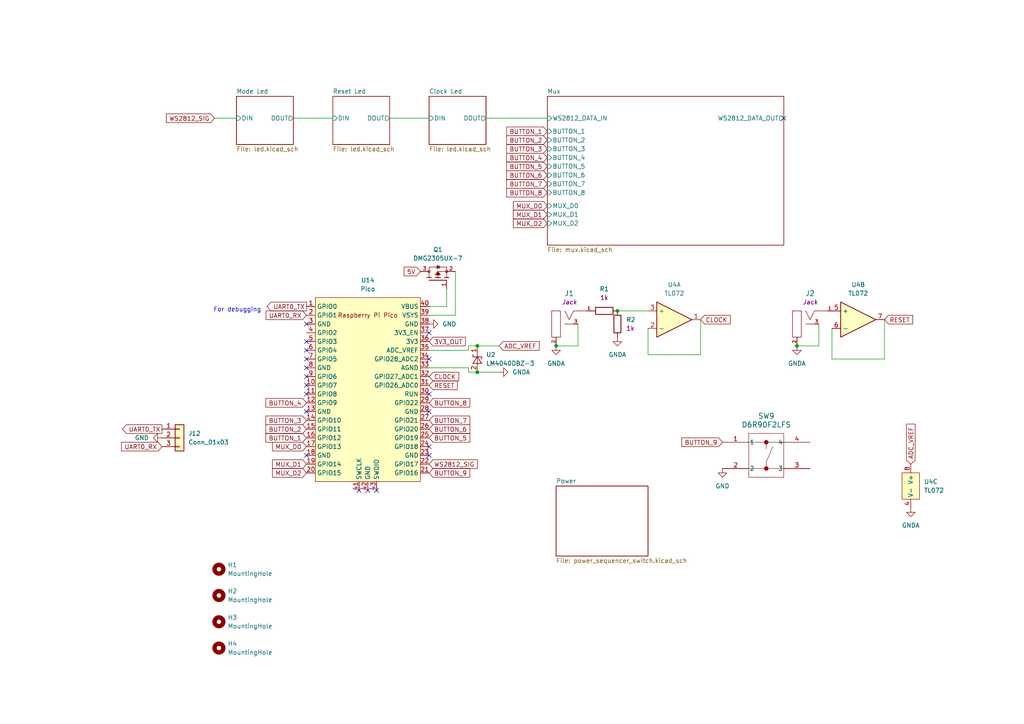
<source format=kicad_sch>
(kicad_sch (version 20231120) (generator "eeschema") (generator_version "8.0")
  (paper "A4")
  (lib_symbols
    (symbol "4ms_Connector:Conn_01x03" (pin_names (offset 1.016) hide)
      (property "Reference" "J" (at 0 5.08 0))
      (property "Value" "Conn_01x03" (at 0 -5.08 0))
      (symbol "Conn_01x03_1_1"
        (rectangle (start -1.27 -2.413) (end 0 -2.667) (stroke (width 0.1524)))
        (rectangle (start -1.27 0.127) (end 0 -0.127) (stroke (width 0.1524)))
        (rectangle (start -1.27 2.667) (end 0 2.413) (stroke (width 0.1524)))
        (rectangle (start -1.27 3.81) (end 1.27 -3.81) (stroke (width 0.254)) (fill (type background)))
        (pin passive line (at -5.08 2.54 0) (length 3.81) (name "Pin_1") (number "1"))
        (pin passive line (at -5.08 0 0) (length 3.81) (name "Pin_2") (number "2"))
        (pin passive line (at -5.08 -2.54 0) (length 3.81) (name "Pin_3") (number "3"))
      )
    )
    (symbol "4ms_IC:TL072"
      (property "Reference" "U" (at 2.54 5.08 0))
      (property "Value" "TL072" (at 2.54 -3.81 0))
      (symbol "TL072_1_1"
        (polyline (pts (xy -5.08 5.08) (xy 5.08 0) (xy -5.08 -5.08) (xy -5.08 5.08)) (stroke (width 0.254)) (fill (type background)))
        (pin output line (at 7.62 0 180) (length 2.54) (name "~") (number "1"))
        (pin input line (at -7.62 -2.54 0) (length 2.54) (name "-") (number "2"))
        (pin input line (at -7.62 2.54 0) (length 2.54) (name "+") (number "3"))
      )
      (symbol "TL072_2_1"
        (polyline (pts (xy -5.08 5.08) (xy 5.08 0) (xy -5.08 -5.08) (xy -5.08 5.08)) (stroke (width 0.254)) (fill (type background)))
        (pin input line (at -7.62 2.54 0) (length 2.54) (name "+") (number "5"))
        (pin input line (at -7.62 -2.54 0) (length 2.54) (name "-") (number "6"))
        (pin output line (at 7.62 0 180) (length 2.54) (name "~") (number "7"))
      )
      (symbol "TL072_3_1"
        (rectangle (start -2.54 3.81) (end 2.54 -3.81) (fill (type background)))
        (pin power_in line (at 0 -6.35 90) (length 2.54) (name "V-") (number "4"))
        (pin power_in line (at 0 6.35 270) (length 2.54) (name "V+") (number "8"))
      )
    )
    (symbol "4ms_Jack:3.5mm_Mono_Switched_sm" (pin_names (offset 0) hide)
      (property "Reference" "J" (at -5.334 9.144 0))
      (property "Display" "Jack" (at -4.064 6.858 0))
      (symbol "3.5mm_Mono_Switched_sm_0_0"
        (rectangle (start -6.35 5.08) (end -3.81 -2.54))
        (polyline (pts (xy -2.54 1.27) (xy 0 1.27)))
        (polyline (pts (xy -2.54 5.08) (xy -1.27 2.54) (xy 0 5.08) (xy 3.81 5.08)))
      )
      (symbol "3.5mm_Mono_Switched_sm_1_1"
        (pin passive line (at 5.08 5.08 180) (length 1.27) (name "SIG") (number "1"))
        (pin passive line (at -5.08 -5.08 90) (length 2.54) (name "SHEILD") (number "2"))
        (pin passive line (at 1.27 1.27 180) (length 1.27) (name "SW") (number "3"))
      )
    )
    (symbol "4ms_Power-symbol:GND" (power) (pin_names (offset 0))
      (property "Value" "GND" (at 0 -3.81 0))
      (symbol "GND_0_1"
        (polyline (pts (xy 0 0) (xy 0 -1.27) (xy 1.27 -1.27) (xy 0 -2.54) (xy -1.27 -1.27) (xy 0 -1.27)))
      )
      (symbol "GND_1_1"
        (pin power_in line (at 0 0 270) (length 0) hide (name "GND") (number "1"))
      )
    )
    (symbol "4ms_Power-symbol:GNDA" (power) (pin_numbers hide) (pin_names (offset 0) hide)
      (property "Value" "GNDA" (at 0 -3.81 0))
      (symbol "GNDA_0_1"
        (polyline (pts (xy 0 0) (xy 0 -1.27) (xy 1.27 -1.27) (xy 0 -2.54) (xy -1.27 -1.27) (xy 0 -1.27)))
      )
      (symbol "GNDA_1_1"
        (pin power_in line (at 0 0 270) (length 0) hide (name "GNDA") (number "1"))
      )
    )
    (symbol "4ms_Resistor:1k_0402" (pin_numbers hide) (pin_names (offset 0))
      (property "Reference" "R" (at 2.032 0 90))
      (property "Display" "1k" (at 3.81 0 90))
      (symbol "1k_0402_0_1"
        (rectangle (start -1.016 -2.54) (end 1.016 2.54) (stroke (width 0.254)))
      )
      (symbol "1k_0402_1_1"
        (pin passive line (at 0 3.81 270) (length 1.27) (name "~") (number "1"))
        (pin passive line (at 0 -3.81 90) (length 1.27) (name "~") (number "2"))
      )
    )
    (symbol "D6R90:D6R90F2LFS" (pin_names (offset 0.254))
      (property "Reference" "SW" (at 13.335 7.62 0))
      (property "Value" "D6R90F2LFS" (at 20.32 5.08 0))
      (symbol "D6R90F2LFS_0_1"
        (polyline (pts (xy 7.62 -10.16) (xy 17.78 -10.16)) (stroke (width 0.127)))
        (polyline (pts (xy 7.62 -7.62) (xy 17.78 -7.62)) (stroke (width 0.127)))
        (polyline (pts (xy 7.62 0) (xy 17.78 0)) (stroke (width 0.127)))
        (polyline (pts (xy 7.62 2.54) (xy 7.62 -10.16)) (stroke (width 0.127)))
        (polyline (pts (xy 12.7 -7.62) (xy 12.7 -5.715)) (stroke (width 0.127)))
        (polyline (pts (xy 12.7 -5.715) (xy 14.605 -1.27)) (stroke (width 0.127)))
        (polyline (pts (xy 12.7 0) (xy 12.7 -1.905)) (stroke (width 0.127)))
        (polyline (pts (xy 17.78 -10.16) (xy 17.78 2.54)) (stroke (width 0.127)))
        (polyline (pts (xy 17.78 2.54) (xy 7.62 2.54)) (stroke (width 0.127)))
        (circle (center 12.7 -7.62) (radius 0.127) (stroke (width 0.508)))
        (circle (center 12.7 0) (radius 0.127) (stroke (width 0.508)))
        (pin unspecified line (at 0 0 0) (length 7.62) (name "1") (number "1"))
        (pin unspecified line (at 0 -7.62 0) (length 7.62) (name "2") (number "2"))
        (pin unspecified line (at 25.4 -7.62 180) (length 7.62) (name "3") (number "3"))
        (pin unspecified line (at 25.4 0 180) (length 7.62) (name "4") (number "4"))
      )
    )
    (symbol "DMG2305UX-7:DMG2305UX-7" (pin_names (offset 1.016))
      (property "Reference" "Q" (at -8.89 3.81 0))
      (property "Value" "DMG2305UX-7" (at -8.89 -6.35 0))
      (symbol "DMG2305UX-7_0_0"
        (polyline (pts (xy 0 -2.54) (xy 0 2.54)) (stroke (width 0.254)))
        (polyline (pts (xy 0.762 -3.175) (xy 0.762 -2.54)) (stroke (width 0.254)))
        (polyline (pts (xy 0.762 -2.54) (xy 0.762 -1.905)) (stroke (width 0.254)))
        (polyline (pts (xy 0.762 -2.54) (xy 2.54 -2.54)) (stroke (width 0.1524)))
        (polyline (pts (xy 0.762 -0.762) (xy 0.762 0)) (stroke (width 0.254)))
        (polyline (pts (xy 0.762 0) (xy 0.762 0.762)) (stroke (width 0.254)))
        (polyline (pts (xy 0.762 0) (xy 2.54 0)) (stroke (width 0.1524)))
        (polyline (pts (xy 0.762 1.905) (xy 0.762 2.54)) (stroke (width 0.254)))
        (polyline (pts (xy 0.762 2.54) (xy 0.762 3.175)) (stroke (width 0.254)))
        (polyline (pts (xy 2.54 -2.54) (xy 2.54 0)) (stroke (width 0.1524)))
        (polyline (pts (xy 2.54 -2.54) (xy 3.81 -2.54)) (stroke (width 0.1524)))
        (polyline (pts (xy 2.54 2.54) (xy 0.762 2.54)) (stroke (width 0.1524)))
        (polyline (pts (xy 2.54 2.54) (xy 3.81 2.54)) (stroke (width 0.1524)))
        (polyline (pts (xy 3.81 -0.508) (xy 3.302 -0.508)) (stroke (width 0.1524)))
        (polyline (pts (xy 3.81 -0.508) (xy 3.81 -2.54)) (stroke (width 0.1524)))
        (polyline (pts (xy 3.81 2.54) (xy 3.81 -0.508)) (stroke (width 0.1524)))
        (polyline (pts (xy 4.318 -0.508) (xy 3.81 -0.508)) (stroke (width 0.1524)))
        (polyline (pts (xy 2.54 0) (xy 1.524 0.762) (xy 1.524 -0.762) (xy 2.54 0)) (stroke (width 0.1524)) (fill (type outline)))
        (polyline (pts (xy 3.81 -0.508) (xy 3.302 0.254) (xy 4.318 0.254) (xy 3.81 -0.508)) (stroke (width 0.1524)) (fill (type outline)))
        (circle (center 2.54 -2.54) (radius 0.3592))
        (circle (center 2.54 2.54) (radius 0.3592))
        (pin passive line (at -2.54 -2.54 0) (length 2.54) (name "~") (number "1"))
        (pin passive line (at 2.54 -5.08 90) (length 2.54) (name "~") (number "2"))
        (pin passive line (at 2.54 5.08 270) (length 2.54) (name "~") (number "3"))
      )
    )
    (symbol "MCU_RaspberryPi_and_Boards:Pico"
      (property "Reference" "U" (at -13.97 27.94 0))
      (property "Value" "Pico" (at 0 19.05 0))
      (symbol "Pico_0_0"
        (text "Raspberry Pi Pico" (at 0 21.59 0) (effects (font (size 1.27 1.27))))
      )
      (symbol "Pico_0_1"
        (rectangle (start -15.24 26.67) (end 15.24 -26.67) (fill (type background)))
      )
      (symbol "Pico_1_1"
        (pin bidirectional line (at -17.78 24.13 0) (length 2.54) (name "GPIO0") (number "1"))
        (pin bidirectional line (at -17.78 1.27 0) (length 2.54) (name "GPIO7") (number "10"))
        (pin bidirectional line (at -17.78 -1.27 0) (length 2.54) (name "GPIO8") (number "11"))
        (pin bidirectional line (at -17.78 -3.81 0) (length 2.54) (name "GPIO9") (number "12"))
        (pin power_in line (at -17.78 -6.35 0) (length 2.54) (name "GND") (number "13"))
        (pin bidirectional line (at -17.78 -8.89 0) (length 2.54) (name "GPIO10") (number "14"))
        (pin bidirectional line (at -17.78 -11.43 0) (length 2.54) (name "GPIO11") (number "15"))
        (pin bidirectional line (at -17.78 -13.97 0) (length 2.54) (name "GPIO12") (number "16"))
        (pin bidirectional line (at -17.78 -16.51 0) (length 2.54) (name "GPIO13") (number "17"))
        (pin power_in line (at -17.78 -19.05 0) (length 2.54) (name "GND") (number "18"))
        (pin bidirectional line (at -17.78 -21.59 0) (length 2.54) (name "GPIO14") (number "19"))
        (pin bidirectional line (at -17.78 21.59 0) (length 2.54) (name "GPIO1") (number "2"))
        (pin bidirectional line (at -17.78 -24.13 0) (length 2.54) (name "GPIO15") (number "20"))
        (pin bidirectional line (at 17.78 -24.13 180) (length 2.54) (name "GPIO16") (number "21"))
        (pin bidirectional line (at 17.78 -21.59 180) (length 2.54) (name "GPIO17") (number "22"))
        (pin power_in line (at 17.78 -19.05 180) (length 2.54) (name "GND") (number "23"))
        (pin bidirectional line (at 17.78 -16.51 180) (length 2.54) (name "GPIO18") (number "24"))
        (pin bidirectional line (at 17.78 -13.97 180) (length 2.54) (name "GPIO19") (number "25"))
        (pin bidirectional line (at 17.78 -11.43 180) (length 2.54) (name "GPIO20") (number "26"))
        (pin bidirectional line (at 17.78 -8.89 180) (length 2.54) (name "GPIO21") (number "27"))
        (pin power_in line (at 17.78 -6.35 180) (length 2.54) (name "GND") (number "28"))
        (pin bidirectional line (at 17.78 -3.81 180) (length 2.54) (name "GPIO22") (number "29"))
        (pin power_in line (at -17.78 19.05 0) (length 2.54) (name "GND") (number "3"))
        (pin input line (at 17.78 -1.27 180) (length 2.54) (name "RUN") (number "30"))
        (pin bidirectional line (at 17.78 1.27 180) (length 2.54) (name "GPIO26_ADC0") (number "31"))
        (pin bidirectional line (at 17.78 3.81 180) (length 2.54) (name "GPIO27_ADC1") (number "32"))
        (pin power_in line (at 17.78 6.35 180) (length 2.54) (name "AGND") (number "33"))
        (pin bidirectional line (at 17.78 8.89 180) (length 2.54) (name "GPIO28_ADC2") (number "34"))
        (pin power_in line (at 17.78 11.43 180) (length 2.54) (name "ADC_VREF") (number "35"))
        (pin power_in line (at 17.78 13.97 180) (length 2.54) (name "3V3") (number "36"))
        (pin input line (at 17.78 16.51 180) (length 2.54) (name "3V3_EN") (number "37"))
        (pin bidirectional line (at 17.78 19.05 180) (length 2.54) (name "GND") (number "38"))
        (pin power_in line (at 17.78 21.59 180) (length 2.54) (name "VSYS") (number "39"))
        (pin bidirectional line (at -17.78 16.51 0) (length 2.54) (name "GPIO2") (number "4"))
        (pin power_in line (at 17.78 24.13 180) (length 2.54) (name "VBUS") (number "40"))
        (pin input line (at -2.54 -29.21 90) (length 2.54) (name "SWCLK") (number "41"))
        (pin power_in line (at 0 -29.21 90) (length 2.54) (name "GND") (number "42"))
        (pin bidirectional line (at 2.54 -29.21 90) (length 2.54) (name "SWDIO") (number "43"))
        (pin bidirectional line (at -17.78 13.97 0) (length 2.54) (name "GPIO3") (number "5"))
        (pin bidirectional line (at -17.78 11.43 0) (length 2.54) (name "GPIO4") (number "6"))
        (pin bidirectional line (at -17.78 8.89 0) (length 2.54) (name "GPIO5") (number "7"))
        (pin power_in line (at -17.78 6.35 0) (length 2.54) (name "GND") (number "8"))
        (pin bidirectional line (at -17.78 3.81 0) (length 2.54) (name "GPIO6") (number "9"))
      )
    )
    (symbol "Mechanical:MountingHole" (pin_names (offset 1.016)) (exclude_from_sim yes) (in_bom no)
      (property "Reference" "H" (at 0 5.08 0))
      (property "Value" "MountingHole" (at 0 3.175 0))
      (symbol "MountingHole_0_1"
        (circle (center 0 0) (radius 1.27) (stroke (width 1.27)))
      )
    )
    (symbol "Reference_Voltage:LM4040DBZ-3" (pin_names (offset 0.0254) hide)
      (property "Reference" "U" (at 0 2.54 0))
      (property "Value" "LM4040DBZ-3" (at 0 -3.175 0))
      (symbol "LM4040DBZ-3_0_1"
        (polyline (pts (xy -1.27 0) (xy 0 0) (xy 1.27 0)))
        (polyline (pts (xy -1.27 -1.27) (xy 0.635 0) (xy -1.27 1.27) (xy -1.27 -1.27)) (stroke (width 0.2032)))
        (polyline (pts (xy 0 -1.27) (xy 0.635 -1.27) (xy 0.635 1.27) (xy 1.27 1.27)) (stroke (width 0.2032)))
      )
      (symbol "LM4040DBZ-3_1_1"
        (pin passive line (at 3.81 0 180) (length 2.54) (name "K") (number "1"))
        (pin passive line (at -3.81 0 0) (length 2.54) (name "A") (number "2"))
        (pin no_connect line (at -1.27 0 0) (length 2.54) hide (name "NC") (number "3"))
      )
    )
  )
  (junction (at 161.29 100.33))
  (junction (at 231.14 100.33))
  (junction (at 138.43 100.33))
  (junction (at 179.07 90.17))
  (junction (at 138.43 107.95))
  (no_connect (at 88.9 111.76))
  (no_connect (at 124.46 114.3))
  (no_connect (at 88.9 104.14))
  (no_connect (at 88.9 99.06))
  (no_connect (at 88.9 114.3))
  (no_connect (at 88.9 119.38))
  (no_connect (at 124.46 132.08))
  (no_connect (at 124.46 96.52))
  (no_connect (at 88.9 101.6))
  (no_connect (at 88.9 132.08))
  (no_connect (at 124.46 129.54))
  (no_connect (at 106.68 142.24))
  (no_connect (at 88.9 106.68))
  (no_connect (at 104.14 142.24))
  (no_connect (at 227.33 34.29))
  (no_connect (at 109.22 142.24))
  (no_connect (at 124.46 104.14))
  (no_connect (at 88.9 93.98))
  (no_connect (at 124.46 119.38))
  (no_connect (at 88.9 109.22))
  (wire (pts (xy 138.43 100.33) (xy 135.89 100.33)))
  (wire (pts (xy 135.89 100.33) (xy 135.89 101.6)))
  (wire (pts (xy 241.3 95.25) (xy 241.3 104.14)))
  (wire (pts (xy 129.54 83.82) (xy 129.54 88.9)))
  (wire (pts (xy 187.96 102.87) (xy 203.2 102.87)))
  (wire (pts (xy 129.54 88.9) (xy 124.46 88.9)))
  (wire (pts (xy 203.2 102.87) (xy 203.2 92.71)))
  (wire (pts (xy 241.3 104.14) (xy 256.54 104.14)))
  (wire (pts (xy 124.46 106.68) (xy 135.89 106.68)))
  (wire (pts (xy 135.89 101.6) (xy 124.46 101.6)))
  (wire (pts (xy 135.89 106.68) (xy 135.89 107.95)))
  (wire (pts (xy 135.89 107.95) (xy 138.43 107.95)))
  (wire (pts (xy 138.43 100.33) (xy 144.78 100.33)))
  (wire (pts (xy 132.08 91.44) (xy 124.46 91.44)))
  (wire (pts (xy 231.14 100.33) (xy 237.49 100.33)))
  (wire (pts (xy 138.43 107.95) (xy 144.78 107.95)))
  (wire (pts (xy 62.23 34.29) (xy 68.58 34.29)))
  (wire (pts (xy 237.49 93.98) (xy 237.49 100.33)))
  (wire (pts (xy 167.64 100.33) (xy 161.29 100.33)))
  (wire (pts (xy 187.96 95.25) (xy 187.96 102.87)))
  (wire (pts (xy 132.08 78.74) (xy 132.08 91.44)))
  (wire (pts (xy 113.03 34.29) (xy 124.46 34.29)))
  (wire (pts (xy 256.54 104.14) (xy 256.54 92.71)))
  (wire (pts (xy 167.64 93.98) (xy 167.64 100.33)))
  (wire (pts (xy 85.09 34.29) (xy 96.52 34.29)))
  (wire (pts (xy 140.97 34.29) (xy 158.75 34.29)))
  (wire (pts (xy 179.07 90.17) (xy 187.96 90.17)))
  (text "For debugging" (at 68.834 89.916 0) (effects (font (size 1.27 1.27))))
  (global_label "BUTTON_7" (shape input) (at 158.75 53.34 180) (property "Intersheetrefs" "${INTERSHEET_REFS}" (effects (hide yes))))
  (global_label "BUTTON_6" (shape input) (at 124.46 124.46 0) (property "Intersheetrefs" "${INTERSHEET_REFS}" (effects (hide yes))))
  (global_label "MUX_D2" (shape input) (at 158.75 64.77 180) (property "Intersheetrefs" "${INTERSHEET_REFS}" (effects (hide yes))))
  (global_label "BUTTON_4" (shape input) (at 88.9 116.84 180) (property "Intersheetrefs" "${INTERSHEET_REFS}" (effects (hide yes))))
  (global_label "BUTTON_7" (shape input) (at 124.46 121.92 0) (property "Intersheetrefs" "${INTERSHEET_REFS}" (effects (hide yes))))
  (global_label "UART0_RX" (shape input) (at 46.99 129.54 180) (property "Intersheetrefs" "${INTERSHEET_REFS}" (effects (hide yes))))
  (global_label "5V" (shape input) (at 121.92 78.74 180) (property "Intersheetrefs" "${INTERSHEET_REFS}" (effects (hide yes))))
  (global_label "BUTTON_6" (shape input) (at 158.75 50.8 180) (property "Intersheetrefs" "${INTERSHEET_REFS}" (effects (hide yes))))
  (global_label "MUX_D0" (shape input) (at 158.75 59.69 180) (property "Intersheetrefs" "${INTERSHEET_REFS}" (effects (hide yes))))
  (global_label "BUTTON_2" (shape input) (at 158.75 40.64 180) (property "Intersheetrefs" "${INTERSHEET_REFS}" (effects (hide yes))))
  (global_label "BUTTON_8" (shape input) (at 124.46 116.84 0) (property "Intersheetrefs" "${INTERSHEET_REFS}" (effects (hide yes))))
  (global_label "BUTTON_1" (shape input) (at 88.9 127 180) (property "Intersheetrefs" "${INTERSHEET_REFS}" (effects (hide yes))))
  (global_label "MUX_D1" (shape input) (at 88.9 134.62 180) (property "Intersheetrefs" "${INTERSHEET_REFS}" (effects (hide yes))))
  (global_label "BUTTON_1" (shape input) (at 158.75 38.1 180) (property "Intersheetrefs" "${INTERSHEET_REFS}" (effects (hide yes))))
  (global_label "BUTTON_9" (shape input) (at 124.46 137.16 0) (property "Intersheetrefs" "${INTERSHEET_REFS}" (effects (hide yes))))
  (global_label "MUX_D2" (shape input) (at 88.9 137.16 180) (property "Intersheetrefs" "${INTERSHEET_REFS}" (effects (hide yes))))
  (global_label "BUTTON_3" (shape input) (at 158.75 43.18 180) (property "Intersheetrefs" "${INTERSHEET_REFS}" (effects (hide yes))))
  (global_label "WS2812_SIG" (shape input) (at 124.46 134.62 0) (property "Intersheetrefs" "${INTERSHEET_REFS}" (effects (hide yes))))
  (global_label "BUTTON_2" (shape input) (at 88.9 124.46 180) (property "Intersheetrefs" "${INTERSHEET_REFS}" (effects (hide yes))))
  (global_label "BUTTON_8" (shape input) (at 158.75 55.88 180) (property "Intersheetrefs" "${INTERSHEET_REFS}" (effects (hide yes))))
  (global_label "MUX_D1" (shape input) (at 158.75 62.23 180) (property "Intersheetrefs" "${INTERSHEET_REFS}" (effects (hide yes))))
  (global_label "ADC_VREF" (shape input) (at 264.16 134.62 90) (property "Intersheetrefs" "${INTERSHEET_REFS}" (effects (hide yes))))
  (global_label "RESET" (shape input) (at 124.46 111.76 0) (property "Intersheetrefs" "${INTERSHEET_REFS}" (effects (hide yes))))
  (global_label "UART0_TX" (shape output) (at 46.99 124.46 180) (property "Intersheetrefs" "${INTERSHEET_REFS}" (effects (hide yes))))
  (global_label "3V3_OUT" (shape input) (at 124.46 99.06 0) (property "Intersheetrefs" "${INTERSHEET_REFS}" (effects (hide yes))))
  (global_label "CLOCK" (shape input) (at 124.46 109.22 0) (property "Intersheetrefs" "${INTERSHEET_REFS}" (effects (hide yes))))
  (global_label "UART0_RX" (shape input) (at 88.9 91.44 180) (property "Intersheetrefs" "${INTERSHEET_REFS}" (effects (hide yes))))
  (global_label "ADC_VREF" (shape input) (at 144.78 100.33 0) (property "Intersheetrefs" "${INTERSHEET_REFS}" (effects (hide yes))))
  (global_label "MUX_D0" (shape input) (at 88.9 129.54 180) (property "Intersheetrefs" "${INTERSHEET_REFS}" (effects (hide yes))))
  (global_label "BUTTON_4" (shape input) (at 158.75 45.72 180) (property "Intersheetrefs" "${INTERSHEET_REFS}" (effects (hide yes))))
  (global_label "UART0_TX" (shape output) (at 88.9 88.9 180) (property "Intersheetrefs" "${INTERSHEET_REFS}" (effects (hide yes))))
  (global_label "BUTTON_5" (shape input) (at 158.75 48.26 180) (property "Intersheetrefs" "${INTERSHEET_REFS}" (effects (hide yes))))
  (global_label "RESET" (shape input) (at 256.54 92.71 0) (property "Intersheetrefs" "${INTERSHEET_REFS}" (effects (hide yes))))
  (global_label "CLOCK" (shape input) (at 203.2 92.71 0) (property "Intersheetrefs" "${INTERSHEET_REFS}" (effects (hide yes))))
  (global_label "WS2812_SIG" (shape input) (at 62.23 34.29 180) (property "Intersheetrefs" "${INTERSHEET_REFS}" (effects (hide yes))))
  (global_label "BUTTON_3" (shape input) (at 88.9 121.92 180) (property "Intersheetrefs" "${INTERSHEET_REFS}" (effects (hide yes))))
  (global_label "BUTTON_9" (shape input) (at 209.55 128.27 180) (property "Intersheetrefs" "${INTERSHEET_REFS}" (effects (hide yes))))
  (global_label "BUTTON_5" (shape input) (at 124.46 127 0) (property "Intersheetrefs" "${INTERSHEET_REFS}" (effects (hide yes))))
  (symbol (lib_id "4ms_IC:TL072") (at 264.16 140.97 0) (unit 3)
    (property "Reference" "U4" (at 267.97 139.6999 0) (effects (justify left)))
    (property "Value" "TL072" (at 267.97 142.2399 0) (effects (justify left)))
    (property "Footprint" "4ms_Package_SSOP:TSSOP-8_4.4x3mm_Pitch0.65mm" (effects (hide yes)))
    (property "Description" "TL072 Dual Opamp TSSOP-8" (effects (hide yes)))
    (property "Specifications" "TL072 Dual Opamp" (effects (hide yes)))
    (property "JLCPCB ID" "C90748" (effects (hide yes)))
    (property "Production Stage" "A" (effects (hide yes)))
  )
  (symbol (lib_id "4ms_Power-symbol:GNDA") (at 161.29 100.33 0) (unit 1)
    (property "Reference" "#PWR026" (effects (hide yes)))
    (property "Value" "GNDA" (at 161.29 105.41 0))
    (property "Description" "(analog) ground power-flag symbol" (effects (hide yes)))
  )
  (symbol (lib_id "4ms_Jack:3.5mm_Mono_Switched_sm") (at 236.22 95.25 0) (unit 1)
    (property "Reference" "J2" (at 234.95 85.09 0) (effects (font (size 1.524 1.524))))
    (property "Value" "3.5mm_Mono_Switched_sm" (effects (hide yes)))
    (property "Footprint" "4ms_Jack:EighthInch_PJ398SM" (effects (hide yes)))
    (property "Description" "Audio 3.5mm Jack, mono, switched, PC-pin Vertical" (effects (hide yes)))
    (property "Specifications" "Audio 3.5mm Jack, mono, switched, PC-pin Vertical" (effects (hide yes)))
    (property "Manufacturer" "Wenzhou QingPu Electronics Co" (effects (hide yes)))
    (property "Part Number" "WQP-WQP518MA" (effects (hide yes)))
    (property "Production Stage" "C" (effects (hide yes)))
    (property "Display" "Jack" (at 234.95 87.63 0) (effects (font (italic yes))))
  )
  (symbol (lib_id "D6R90:D6R90F2LFS") (at 209.55 128.27 0) (unit 1)
    (property "Reference" "SW9" (at 222.25 120.65 0) (effects (font (size 1.524 1.524))))
    (property "Value" "D6R90F2LFS" (at 222.25 123.19 0) (effects (font (size 1.524 1.524))))
    (property "Footprint" "D6R90:D6R90_CNK" (effects (hide yes)))
    (property "Datasheet" "D6R90F2LFS" (effects (hide yes)))
  )
  (symbol (lib_id "Mechanical:MountingHole") (at 63.5 165.1 0) (unit 1) (exclude_from_sim yes) (in_bom no)
    (property "Reference" "H1" (at 66.04 163.8299 0) (effects (justify left)))
    (property "Value" "MountingHole" (at 66.04 166.3699 0) (effects (justify left)))
    (property "Footprint" "4ms_Faceplate:Faceplate_Rail_Mount_Slot_Plated" (effects (hide yes)))
    (property "Description" "Mounting Hole without connection" (effects (hide yes)))
  )
  (symbol (lib_id "4ms_IC:TL072") (at 248.92 92.71 0) (unit 2)
    (property "Reference" "U4" (at 248.92 82.55 0))
    (property "Value" "TL072" (at 248.92 85.09 0))
    (property "Footprint" "4ms_Package_SSOP:TSSOP-8_4.4x3mm_Pitch0.65mm" (effects (hide yes)))
    (property "Description" "TL072 Dual Opamp TSSOP-8" (effects (hide yes)))
    (property "Specifications" "TL072 Dual Opamp" (effects (hide yes)))
    (property "JLCPCB ID" "C90748" (effects (hide yes)))
    (property "Production Stage" "A" (effects (hide yes)))
  )
  (symbol (lib_id "Mechanical:MountingHole") (at 63.5 180.34 0) (unit 1) (exclude_from_sim yes) (in_bom no)
    (property "Reference" "H3" (at 66.04 179.0699 0) (effects (justify left)))
    (property "Value" "MountingHole" (at 66.04 181.6099 0) (effects (justify left)))
    (property "Footprint" "4ms_Faceplate:Faceplate_Rail_Mount_Slot_Plated" (effects (hide yes)))
    (property "Description" "Mounting Hole without connection" (effects (hide yes)))
  )
  (symbol (lib_id "Mechanical:MountingHole") (at 63.5 172.72 0) (unit 1) (exclude_from_sim yes) (in_bom no)
    (property "Reference" "H2" (at 66.04 171.4499 0) (effects (justify left)))
    (property "Value" "MountingHole" (at 66.04 173.9899 0) (effects (justify left)))
    (property "Footprint" "4ms_Faceplate:Faceplate_Rail_Mount_Slot_Plated" (effects (hide yes)))
    (property "Description" "Mounting Hole without connection" (effects (hide yes)))
  )
  (symbol (lib_id "DMG2305UX-7:DMG2305UX-7") (at 127 81.28 90) (unit 1)
    (property "Reference" "Q1" (at 127 72.39 90))
    (property "Value" "DMG2305UX-7" (at 127 74.93 90))
    (property "Footprint" "DMG2305UX_7:SOT91P240X110-3N_DMG2305UX-7" (effects (hide yes)))
    (property "PARTREV" "09/2018" (effects (hide yes)))
    (property "MANUFACTURER" "Diodes Inc." (effects (hide yes)))
    (property "MAXIMUM_PACKAGE_HEIGHT" "1.1mm" (effects (hide yes)))
    (property "STANDARD" "IPC-7351B" (effects (hide yes)))
  )
  (symbol (lib_id "4ms_Jack:3.5mm_Mono_Switched_sm") (at 166.37 95.25 0) (unit 1)
    (property "Reference" "J1" (at 165.1 85.09 0) (effects (font (size 1.524 1.524))))
    (property "Value" "3.5mm_Mono_Switched_sm" (effects (hide yes)))
    (property "Footprint" "4ms_Jack:EighthInch_PJ398SM" (effects (hide yes)))
    (property "Description" "Audio 3.5mm Jack, mono, switched, PC-pin Vertical" (effects (hide yes)))
    (property "Specifications" "Audio 3.5mm Jack, mono, switched, PC-pin Vertical" (effects (hide yes)))
    (property "Manufacturer" "Wenzhou QingPu Electronics Co" (effects (hide yes)))
    (property "Part Number" "WQP-WQP518MA" (effects (hide yes)))
    (property "Production Stage" "C" (effects (hide yes)))
    (property "Display" "Jack" (at 165.1 87.63 0) (effects (font (italic yes))))
  )
  (symbol (lib_id "4ms_Power-symbol:GND") (at 209.55 135.89 0) (unit 1)
    (property "Reference" "#PWR087" (effects (hide yes)))
    (property "Value" "GND" (at 209.55 140.97 0))
  )
  (symbol (lib_id "4ms_IC:TL072") (at 195.58 92.71 0) (unit 1)
    (property "Reference" "U4" (at 195.58 82.55 0))
    (property "Value" "TL072" (at 195.58 85.09 0))
    (property "Footprint" "4ms_Package_SSOP:TSSOP-8_4.4x3mm_Pitch0.65mm" (effects (hide yes)))
    (property "Description" "TL072 Dual Opamp TSSOP-8" (effects (hide yes)))
    (property "Specifications" "TL072 Dual Opamp" (effects (hide yes)))
    (property "JLCPCB ID" "C90748" (effects (hide yes)))
    (property "Production Stage" "A" (effects (hide yes)))
  )
  (symbol (lib_id "Mechanical:MountingHole") (at 63.5 187.96 0) (unit 1) (exclude_from_sim yes) (in_bom no)
    (property "Reference" "H4" (at 66.04 186.6899 0) (effects (justify left)))
    (property "Value" "MountingHole" (at 66.04 189.2299 0) (effects (justify left)))
    (property "Footprint" "4ms_Faceplate:Faceplate_Rail_Mount_Slot_Plated" (effects (hide yes)))
    (property "Description" "Mounting Hole without connection" (effects (hide yes)))
  )
  (symbol (lib_id "Reference_Voltage:LM4040DBZ-3") (at 138.43 104.14 90) (unit 1)
    (property "Reference" "U2" (at 140.97 102.8699 90) (effects (justify right)))
    (property "Value" "LM4040DBZ-3" (at 140.97 105.4099 90) (effects (justify right)))
    (property "Footprint" "Package_TO_SOT_SMD:SOT-23" (effects (hide yes)))
    (property "Datasheet" "http://www.ti.com/lit/ds/symlink/lm4040-n.pdf" (effects (hide yes)))
    (property "Description" "3.000V Precision Micropower Shunt Voltage Reference, SOT-23" (effects (hide yes)))
  )
  (symbol (lib_id "4ms_Power-symbol:GNDA") (at 144.78 107.95 90) (unit 1)
    (property "Reference" "#PWR023" (effects (hide yes)))
    (property "Value" "GNDA" (at 148.59 107.9499 90) (effects (justify right)))
    (property "Description" "(analog) ground power-flag symbol" (effects (hide yes)))
  )
  (symbol (lib_id "4ms_Power-symbol:GND") (at 46.99 127 270) (unit 1)
    (property "Reference" "#PWR024" (effects (hide yes)))
    (property "Value" "GND" (at 43.18 126.9999 90) (effects (justify right)))
  )
  (symbol (lib_id "4ms_Power-symbol:GND") (at 124.46 93.98 90) (unit 1)
    (property "Reference" "#PWR022" (effects (hide yes)))
    (property "Value" "GND" (at 128.27 93.9799 90) (effects (justify right)))
  )
  (symbol (lib_id "4ms_Power-symbol:GNDA") (at 231.14 100.33 0) (unit 1)
    (property "Reference" "#PWR027" (effects (hide yes)))
    (property "Value" "GNDA" (at 231.14 105.41 0))
    (property "Description" "(analog) ground power-flag symbol" (effects (hide yes)))
  )
  (symbol (lib_id "4ms_Resistor:1k_0402") (at 179.07 93.98 180) (unit 1)
    (property "Reference" "R2" (at 181.61 92.7099 0) (effects (justify right)))
    (property "Value" "1k_0402" (effects (hide yes)))
    (property "Footprint" "4ms_Resistor:R_0402" (effects (hide yes)))
    (property "Description" "1k, 1%, 1/16W, 0603" (effects (hide yes)))
    (property "Specifications" "1k, 1%, 1/16W, 0402" (effects (hide yes)))
    (property "Manufacturer" "Yageo" (effects (hide yes)))
    (property "Part Number" "RC0402FR-071KL" (effects (hide yes)))
    (property "Manufacturer 2" "Yageo" (effects (hide yes)))
    (property "Display" "1k" (at 181.61 95.2499 0) (effects (justify right)))
    (property "JLCPCB ID" "C106235" (effects (hide yes)))
  )
  (symbol (lib_id "4ms_Power-symbol:GNDA") (at 264.16 147.32 0) (unit 1)
    (property "Reference" "#PWR025" (effects (hide yes)))
    (property "Value" "GNDA" (at 264.16 152.4 0))
    (property "Description" "(analog) ground power-flag symbol" (effects (hide yes)))
  )
  (symbol (lib_id "4ms_Connector:Conn_01x03") (at 52.07 127 0) (unit 1)
    (property "Reference" "J12" (at 54.61 125.7299 0) (effects (justify left)))
    (property "Value" "Conn_01x03" (at 54.61 128.2699 0) (effects (justify left)))
    (property "Footprint" "4ms_Connector:Pins_1x03_2.54mm_TH" (effects (hide yes)))
    (property "Description" "HEADER 1x3 MALE PINS 0.100” 180deg" (effects (hide yes)))
    (property "Specifications" "HEADER 1x3 MALE PINS 0.100” 180deg" (effects (hide yes)))
    (property "Manufacturer" "TAD" (effects (hide yes)))
    (property "Part Number" "1-0301FBV0T" (effects (hide yes)))
    (property "Production Stage" "B" (effects (hide yes)))
  )
  (symbol (lib_id "MCU_RaspberryPi_and_Boards:Pico") (at 106.68 113.03 0) (unit 1)
    (property "Reference" "U14" (at 106.68 81.28 0))
    (property "Value" "Pico" (at 106.68 83.82 0))
    (property "Footprint" "MCU_RaspberryPi_and_Boards:RPi_Pico_SMD_TH" (effects (hide yes)))
  )
  (symbol (lib_id "4ms_Resistor:1k_0402") (at 175.26 90.17 90) (unit 1)
    (property "Reference" "R1" (at 175.26 83.82 90))
    (property "Value" "1k_0402" (effects (hide yes)))
    (property "Footprint" "4ms_Resistor:R_0402" (effects (hide yes)))
    (property "Description" "1k, 1%, 1/16W, 0603" (effects (hide yes)))
    (property "Specifications" "1k, 1%, 1/16W, 0402" (effects (hide yes)))
    (property "Manufacturer" "Yageo" (effects (hide yes)))
    (property "Part Number" "RC0402FR-071KL" (effects (hide yes)))
    (property "Manufacturer 2" "Yageo" (effects (hide yes)))
    (property "Display" "1k" (at 175.26 86.36 90))
    (property "JLCPCB ID" "C106235" (effects (hide yes)))
  )
  (symbol (lib_id "4ms_Power-symbol:GNDA") (at 179.07 97.79 0) (unit 1)
    (property "Reference" "#PWR028" (effects (hide yes)))
    (property "Value" "GNDA" (at 179.07 102.87 0))
    (property "Description" "(analog) ground power-flag symbol" (effects (hide yes)))
  )
  (sheet (at 68.58 27.94) (size 16.51 13.97) (stroke (width 0.1524))
    (property "Sheetname" "Mode Led" (at 68.58 27.2284 0) (effects (justify left bottom)))
    (property "Sheetfile" "led.kicad_sch" (at 68.58 42.4946 0) (effects (justify left top)))
    (pin "DOUT" output (at 85.09 34.29 0))
    (pin "DIN" input (at 68.58 34.29 180))
  )
  (sheet (at 158.75 27.94) (size 68.58 43.18) (stroke (width 0.1524))
    (property "Sheetname" "Mux" (at 158.75 27.2284 0) (effects (justify left bottom)))
    (property "Sheetfile" "mux.kicad_sch" (at 158.75 71.7046 0) (effects (justify left top)))
    (pin "WS2812_DATA_IN" input (at 158.75 34.29 180))
    (pin "WS2812_DATA_OUT" output (at 227.33 34.29 0))
    (pin "BUTTON_3" input (at 158.75 43.18 180))
    (pin "BUTTON_8" input (at 158.75 55.88 180))
    (pin "BUTTON_4" input (at 158.75 45.72 180))
    (pin "BUTTON_7" input (at 158.75 53.34 180))
    (pin "BUTTON_6" input (at 158.75 50.8 180))
    (pin "BUTTON_5" input (at 158.75 48.26 180))
    (pin "BUTTON_2" input (at 158.75 40.64 180))
    (pin "MUX_D0" input (at 158.75 59.69 180))
    (pin "MUX_D1" input (at 158.75 62.23 180))
    (pin "MUX_D2" input (at 158.75 64.77 180))
    (pin "BUTTON_1" input (at 158.75 38.1 180))
  )
  (sheet (at 124.46 27.94) (size 16.51 13.97) (stroke (width 0.1524))
    (property "Sheetname" "Clock Led" (at 124.46 27.2284 0) (effects (justify left bottom)))
    (property "Sheetfile" "led.kicad_sch" (at 124.46 42.4946 0) (effects (justify left top)))
    (pin "DOUT" output (at 140.97 34.29 0))
    (pin "DIN" input (at 124.46 34.29 180))
  )
  (sheet (at 96.52 27.94) (size 16.51 13.97) (stroke (width 0.1524))
    (property "Sheetname" "Reset Led" (at 96.52 27.2284 0) (effects (justify left bottom)))
    (property "Sheetfile" "led.kicad_sch" (at 96.52 42.4946 0) (effects (justify left top)))
    (pin "DOUT" output (at 113.03 34.29 0))
    (pin "DIN" input (at 96.52 34.29 180))
  )
  (sheet (at 161.29 140.97) (size 26.67 20.32) (stroke (width 0.1524))
    (property "Sheetname" "Power" (at 161.29 140.2584 0) (effects (justify left bottom)))
    (property "Sheetfile" "power_sequencer_switch.kicad_sch" (at 161.29 161.8746 0) (effects (justify left top)))
  )
)
</source>
